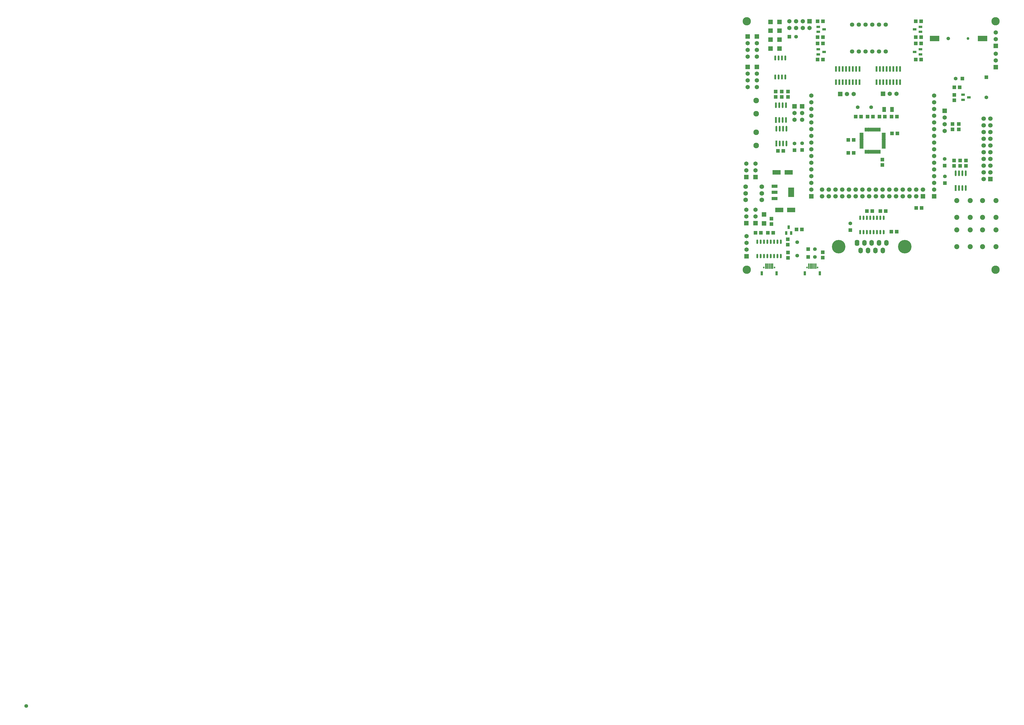
<source format=gts>
G04 Layer_Color=8388736*
%FSLAX24Y24*%
%MOIN*%
G70*
G01*
G75*
%ADD70R,0.0650X0.0650*%
%ADD71O,0.0286X0.0759*%
%ADD72R,0.0550X0.0550*%
%ADD73O,0.0290X0.0850*%
%ADD74R,0.0290X0.0850*%
%ADD75R,0.1231X0.0680*%
%ADD76R,0.0896X0.1428*%
%ADD77R,0.0896X0.0483*%
%ADD78R,0.0896X0.0483*%
%ADD79R,0.0650X0.0650*%
%ADD80R,0.0550X0.0550*%
%ADD81O,0.0286X0.0660*%
%ADD82R,0.0207X0.0837*%
%ADD83R,0.0365X0.0522*%
%ADD84R,0.0522X0.0365*%
%ADD85R,0.1428X0.0837*%
%ADD86R,0.0522X0.0759*%
%ADD87O,0.0641X0.0168*%
%ADD88O,0.0168X0.0641*%
%ADD89R,0.0267X0.0837*%
%ADD90C,0.1231*%
%ADD91C,0.0650*%
%ADD92C,0.0550*%
%ADD93C,0.0837*%
%ADD94C,0.0247*%
%ADD95R,0.0365X0.0641*%
G04:AMPARAMS|DCode=96|XSize=67mil|YSize=87mil|CornerRadius=0mil|HoleSize=0mil|Usage=FLASHONLY|Rotation=180.000|XOffset=0mil|YOffset=0mil|HoleType=Round|Shape=Octagon|*
%AMOCTAGOND96*
4,1,8,0.0168,-0.0435,-0.0168,-0.0435,-0.0335,-0.0268,-0.0335,0.0268,-0.0168,0.0435,0.0168,0.0435,0.0335,0.0268,0.0335,-0.0268,0.0168,-0.0435,0.0*
%
%ADD96OCTAGOND96*%

%ADD97O,0.0670X0.0870*%
%ADD98O,0.0650X0.0870*%
%ADD99C,0.2017*%
%ADD100R,0.0668X0.0668*%
%ADD101C,0.0668*%
%ADD102C,0.0750*%
%ADD103C,0.0522*%
%ADD104C,0.0404*%
%ADD105C,0.0641*%
%ADD106C,0.0680*%
D70*
X4712Y35463D02*
D03*
X6062D02*
D03*
X4712Y34143D02*
D03*
X6062D02*
D03*
X4712Y38103D02*
D03*
X6062D02*
D03*
X4712Y36783D02*
D03*
X6062D02*
D03*
X10520Y38190D02*
D03*
X15080Y27350D02*
D03*
X21460Y27410D02*
D03*
D71*
X5430Y29900D02*
D03*
X5930D02*
D03*
X6430D02*
D03*
X6930D02*
D03*
X5430Y32735D02*
D03*
X5930D02*
D03*
X6430D02*
D03*
X6930D02*
D03*
D72*
X6405Y26930D02*
D03*
Y27730D02*
D03*
X7320Y26930D02*
D03*
Y27730D02*
D03*
X4864Y8810D02*
D03*
Y8010D02*
D03*
X12510Y3010D02*
D03*
Y3810D02*
D03*
X33800Y16660D02*
D03*
Y17460D02*
D03*
X32920Y16660D02*
D03*
Y17460D02*
D03*
X31790Y22880D02*
D03*
Y22080D02*
D03*
X32070Y26430D02*
D03*
Y27230D02*
D03*
X32720Y22880D02*
D03*
Y22080D02*
D03*
X7320Y3760D02*
D03*
Y2960D02*
D03*
X5490Y27730D02*
D03*
Y26930D02*
D03*
X32040Y16660D02*
D03*
Y17460D02*
D03*
X21360Y17610D02*
D03*
Y16810D02*
D03*
X7310Y4930D02*
D03*
Y5730D02*
D03*
X8290Y19010D02*
D03*
X9440Y19020D02*
D03*
X16580Y7100D02*
D03*
X30640Y16710D02*
D03*
X30650Y14110D02*
D03*
X36840Y29852D02*
D03*
D73*
X6610Y20000D02*
D03*
X6110Y22200D02*
D03*
X5610D02*
D03*
X6610D02*
D03*
X6110Y20000D02*
D03*
X7110Y22200D02*
D03*
Y20000D02*
D03*
X6530Y23480D02*
D03*
X6030Y25680D02*
D03*
X5530D02*
D03*
X6530D02*
D03*
X6030Y23480D02*
D03*
X7030Y25680D02*
D03*
Y23480D02*
D03*
X33270Y13350D02*
D03*
X32770Y15550D02*
D03*
X32270D02*
D03*
X33270D02*
D03*
X32770Y13350D02*
D03*
X33770Y15550D02*
D03*
Y13350D02*
D03*
D74*
X5610Y20000D02*
D03*
X5530Y23480D02*
D03*
X32270Y13350D02*
D03*
D75*
X5640Y15680D02*
D03*
X7412D02*
D03*
X7802Y10080D02*
D03*
X6030D02*
D03*
D76*
X7785Y12711D02*
D03*
D77*
X5344Y11806D02*
D03*
Y13617D02*
D03*
D78*
Y12711D02*
D03*
D79*
X3754Y8080D02*
D03*
Y9430D02*
D03*
X1150Y3200D02*
D03*
X1330Y35930D02*
D03*
X2696D02*
D03*
X1334Y31380D02*
D03*
X2696D02*
D03*
X9440Y25530D02*
D03*
X8290D02*
D03*
X2506Y8130D02*
D03*
X1144D02*
D03*
X30640Y24850D02*
D03*
X38240Y31370D02*
D03*
Y34520D02*
D03*
X29050Y12120D02*
D03*
X2506Y15010D02*
D03*
X1144D02*
D03*
X10780Y12120D02*
D03*
D80*
X4320Y6690D02*
D03*
X5120D02*
D03*
X8610Y7180D02*
D03*
X9410D02*
D03*
X26400Y10400D02*
D03*
X27200D02*
D03*
X32860Y28350D02*
D03*
X32060D02*
D03*
X27130Y38210D02*
D03*
X26330D02*
D03*
Y32500D02*
D03*
X27130D02*
D03*
X26330Y35820D02*
D03*
X27130D02*
D03*
Y34890D02*
D03*
X26330D02*
D03*
X12530Y38210D02*
D03*
X11730D02*
D03*
Y35820D02*
D03*
X12530D02*
D03*
Y34890D02*
D03*
X11730D02*
D03*
Y32500D02*
D03*
X12530D02*
D03*
X16290Y20530D02*
D03*
X17090D02*
D03*
X21743Y23990D02*
D03*
X20943D02*
D03*
X3290Y6710D02*
D03*
X2490D02*
D03*
X21060Y9930D02*
D03*
X21860D02*
D03*
X19860Y9940D02*
D03*
X19060D02*
D03*
X22710Y6870D02*
D03*
X23510D02*
D03*
X5820Y18910D02*
D03*
X6620D02*
D03*
X16290Y18580D02*
D03*
X17090D02*
D03*
X23580Y21510D02*
D03*
X22780D02*
D03*
X22720Y23990D02*
D03*
X23520D02*
D03*
X17390D02*
D03*
X18190D02*
D03*
X19167D02*
D03*
X19967D02*
D03*
X7530Y35900D02*
D03*
X10340Y4270D02*
D03*
Y3110D02*
D03*
X33260Y29660D02*
D03*
D81*
X2760Y3234D02*
D03*
X3260D02*
D03*
X3760D02*
D03*
X4260D02*
D03*
X4760D02*
D03*
X5260D02*
D03*
X5760D02*
D03*
X6260D02*
D03*
Y5360D02*
D03*
X5760D02*
D03*
X5260D02*
D03*
X4760D02*
D03*
X4260D02*
D03*
X3760D02*
D03*
X3260D02*
D03*
X2760D02*
D03*
X21560Y8920D02*
D03*
X21060D02*
D03*
X20560D02*
D03*
X20060D02*
D03*
X19560D02*
D03*
X19060D02*
D03*
X18560D02*
D03*
X18060D02*
D03*
Y6794D02*
D03*
X18560D02*
D03*
X19060D02*
D03*
X19560D02*
D03*
X20060D02*
D03*
X20560D02*
D03*
X21060D02*
D03*
X21560D02*
D03*
D82*
X4784Y1733D02*
D03*
X5040D02*
D03*
X4016D02*
D03*
X4528D02*
D03*
X4272D02*
D03*
X11198D02*
D03*
X11454D02*
D03*
X10430D02*
D03*
X10942D02*
D03*
X10686D02*
D03*
D83*
X7420Y7540D02*
D03*
X7046Y6674D02*
D03*
X7794D02*
D03*
D84*
X34220Y26870D02*
D03*
X33354Y27244D02*
D03*
Y26496D02*
D03*
X26156Y33638D02*
D03*
X27022Y33264D02*
D03*
Y34012D02*
D03*
X26156Y36988D02*
D03*
X27022Y36614D02*
D03*
Y37362D02*
D03*
X12704Y36990D02*
D03*
X11838Y37364D02*
D03*
Y36616D02*
D03*
X12704Y33640D02*
D03*
X11838Y34014D02*
D03*
Y33266D02*
D03*
D85*
X29137Y35620D02*
D03*
X36250D02*
D03*
D86*
X21619Y25050D02*
D03*
X22800D02*
D03*
D87*
X21555Y21496D02*
D03*
Y21299D02*
D03*
Y21103D02*
D03*
Y20906D02*
D03*
Y20709D02*
D03*
Y20512D02*
D03*
Y20315D02*
D03*
Y20118D02*
D03*
Y19921D02*
D03*
Y19725D02*
D03*
Y19528D02*
D03*
Y19331D02*
D03*
X18248D02*
D03*
Y19528D02*
D03*
Y19725D02*
D03*
Y19921D02*
D03*
Y20118D02*
D03*
Y20315D02*
D03*
Y20512D02*
D03*
Y20709D02*
D03*
Y20906D02*
D03*
Y21103D02*
D03*
Y21299D02*
D03*
Y21496D02*
D03*
D88*
X20984Y18760D02*
D03*
X20787D02*
D03*
X20591D02*
D03*
X20394D02*
D03*
X20197D02*
D03*
X20000D02*
D03*
X19803D02*
D03*
X19606D02*
D03*
X19409D02*
D03*
X19213D02*
D03*
X19016Y18760D02*
D03*
X18819D02*
D03*
X18819Y22067D02*
D03*
X19016D02*
D03*
X19213D02*
D03*
X19409D02*
D03*
X19606D02*
D03*
X19803D02*
D03*
X20000D02*
D03*
X20197D02*
D03*
X20394D02*
D03*
X20591D02*
D03*
X20787D02*
D03*
X20984D02*
D03*
D89*
X24000Y29141D02*
D03*
X23500D02*
D03*
X23000D02*
D03*
X22500D02*
D03*
X22000D02*
D03*
X21500D02*
D03*
X21000D02*
D03*
X20500D02*
D03*
Y31110D02*
D03*
X21000D02*
D03*
X21500D02*
D03*
X22000D02*
D03*
X22500D02*
D03*
X23000D02*
D03*
X23500D02*
D03*
X24000D02*
D03*
X17968D02*
D03*
X17468D02*
D03*
X16968D02*
D03*
X16468D02*
D03*
X15968D02*
D03*
X15468D02*
D03*
X14968D02*
D03*
X14468D02*
D03*
Y29141D02*
D03*
X14968D02*
D03*
X15468D02*
D03*
X15968D02*
D03*
X16468D02*
D03*
X16968D02*
D03*
X17468D02*
D03*
X17968D02*
D03*
D90*
X1181Y1181D02*
D03*
X38189D02*
D03*
Y38189D02*
D03*
X1181D02*
D03*
D91*
X1150Y4200D02*
D03*
Y6200D02*
D03*
Y5200D02*
D03*
X1330Y34930D02*
D03*
Y32930D02*
D03*
Y33930D02*
D03*
X2696Y34930D02*
D03*
Y32930D02*
D03*
Y33930D02*
D03*
X1334Y30380D02*
D03*
Y28380D02*
D03*
Y29380D02*
D03*
X2696Y30380D02*
D03*
Y28380D02*
D03*
Y29380D02*
D03*
X8520Y38190D02*
D03*
X7520D02*
D03*
X9520D02*
D03*
X8520Y37190D02*
D03*
X10520D02*
D03*
X7520D02*
D03*
X9520D02*
D03*
X9440Y23530D02*
D03*
Y24530D02*
D03*
X8290Y23530D02*
D03*
Y24530D02*
D03*
X2506Y10130D02*
D03*
Y9130D02*
D03*
X1144Y10130D02*
D03*
Y9130D02*
D03*
X30640Y23850D02*
D03*
Y21850D02*
D03*
Y22850D02*
D03*
X38240Y33370D02*
D03*
Y32370D02*
D03*
Y36520D02*
D03*
Y35520D02*
D03*
X17080Y27350D02*
D03*
X16080D02*
D03*
X23460Y27410D02*
D03*
X22460D02*
D03*
X29050Y27120D02*
D03*
Y26120D02*
D03*
Y25120D02*
D03*
Y24120D02*
D03*
Y23120D02*
D03*
Y22120D02*
D03*
Y21120D02*
D03*
Y20120D02*
D03*
Y13120D02*
D03*
Y17120D02*
D03*
Y15120D02*
D03*
Y16120D02*
D03*
Y14120D02*
D03*
Y18120D02*
D03*
Y19120D02*
D03*
X2506Y17010D02*
D03*
Y16010D02*
D03*
X1144Y17010D02*
D03*
Y16010D02*
D03*
X10780Y27120D02*
D03*
Y26120D02*
D03*
Y25120D02*
D03*
Y24120D02*
D03*
Y23120D02*
D03*
Y22120D02*
D03*
Y21120D02*
D03*
Y20120D02*
D03*
Y13120D02*
D03*
Y17120D02*
D03*
Y15120D02*
D03*
Y16120D02*
D03*
Y14120D02*
D03*
Y18120D02*
D03*
Y19120D02*
D03*
D92*
X8530Y35900D02*
D03*
X8290Y20010D02*
D03*
X9440Y20020D02*
D03*
X8680Y3290D02*
D03*
Y5290D02*
D03*
X11340Y4270D02*
D03*
Y3110D02*
D03*
X16580Y8100D02*
D03*
X30640Y17710D02*
D03*
X30650Y15110D02*
D03*
X32260Y29660D02*
D03*
X36840Y26860D02*
D03*
X17690Y25410D02*
D03*
X19690D02*
D03*
X-105970Y-63760D02*
D03*
D93*
X2602Y26409D02*
D03*
Y24440D02*
D03*
Y21670D02*
D03*
Y19701D02*
D03*
D94*
X5315Y1516D02*
D03*
X3740D02*
D03*
X11730D02*
D03*
X10155D02*
D03*
D95*
X3416Y670D02*
D03*
X5640D02*
D03*
X9830D02*
D03*
X12054D02*
D03*
D96*
X17590Y5191D02*
D03*
D97*
X18681D02*
D03*
X19773D02*
D03*
X20865D02*
D03*
X21956D02*
D03*
X18140Y4074D02*
D03*
X19231D02*
D03*
X20323D02*
D03*
D98*
X21415D02*
D03*
D99*
X24698Y4632D02*
D03*
X14856D02*
D03*
D100*
X27400Y12120D02*
D03*
X37440Y14700D02*
D03*
D101*
X27400Y13120D02*
D03*
X26400Y12120D02*
D03*
Y13120D02*
D03*
X25400Y12120D02*
D03*
Y13120D02*
D03*
X24400Y12120D02*
D03*
Y13120D02*
D03*
X23400Y12120D02*
D03*
Y13120D02*
D03*
X22400Y12120D02*
D03*
Y13120D02*
D03*
X21400Y12120D02*
D03*
Y13120D02*
D03*
X20400Y12120D02*
D03*
Y13120D02*
D03*
X19400Y12120D02*
D03*
Y13120D02*
D03*
X18400Y12120D02*
D03*
Y13120D02*
D03*
X17400Y12120D02*
D03*
Y13120D02*
D03*
X16400Y12120D02*
D03*
Y13120D02*
D03*
X15400Y12120D02*
D03*
Y13120D02*
D03*
X14400Y12120D02*
D03*
Y13120D02*
D03*
X13400Y12120D02*
D03*
Y13120D02*
D03*
X12400Y12120D02*
D03*
Y13120D02*
D03*
X36440Y14700D02*
D03*
X37440Y15700D02*
D03*
X36440D02*
D03*
X37440Y16700D02*
D03*
X36440D02*
D03*
X37440Y17700D02*
D03*
X36440D02*
D03*
X37440Y18700D02*
D03*
X36440D02*
D03*
X37440Y19700D02*
D03*
X36440D02*
D03*
X37440Y20700D02*
D03*
X36440D02*
D03*
X37440Y21700D02*
D03*
X36440D02*
D03*
X37440Y22700D02*
D03*
X36440D02*
D03*
X37440Y23700D02*
D03*
X36440D02*
D03*
D102*
X34420Y8980D02*
D03*
X32420D02*
D03*
X34420Y11480D02*
D03*
X32420D02*
D03*
X38265Y4630D02*
D03*
X36265D02*
D03*
X38265Y7130D02*
D03*
X36265D02*
D03*
X38265Y8980D02*
D03*
X36265D02*
D03*
X38265Y11480D02*
D03*
X36265D02*
D03*
X34420Y4630D02*
D03*
X32420D02*
D03*
X34420Y7130D02*
D03*
X32420D02*
D03*
D103*
X31177Y35620D02*
D03*
D104*
X34110D02*
D03*
D105*
X21870Y37700D02*
D03*
X20870D02*
D03*
X19870D02*
D03*
X18870D02*
D03*
X17870D02*
D03*
X16870D02*
D03*
Y33700D02*
D03*
X17870D02*
D03*
X18870D02*
D03*
X19870D02*
D03*
X20870D02*
D03*
X21870D02*
D03*
D106*
X3424Y13552D02*
D03*
X3424Y11584D02*
D03*
X1016Y11588D02*
D03*
Y12572D02*
D03*
Y13556D02*
D03*
X3424Y12568D02*
D03*
M02*

</source>
